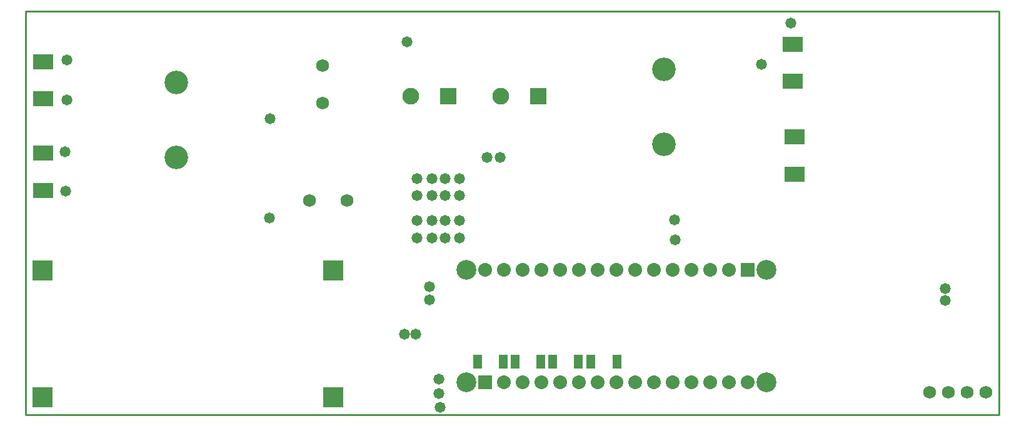
<source format=gbs>
G04*
G04 #@! TF.GenerationSoftware,Altium Limited,Altium Designer,20.1.7 (139)*
G04*
G04 Layer_Color=16711935*
%FSLAX44Y44*%
%MOMM*%
G71*
G04*
G04 #@! TF.SameCoordinates,B5950D26-3139-43EA-A648-6E47058778E0*
G04*
G04*
G04 #@! TF.FilePolarity,Negative*
G04*
G01*
G75*
%ADD13C,0.2540*%
%ADD27R,1.2032X1.9032*%
%ADD37C,1.7272*%
%ADD38R,1.8682X1.8682*%
%ADD39C,1.8682*%
%ADD40C,2.6782*%
%ADD41R,2.2732X2.2732*%
%ADD42C,2.2732*%
%ADD43C,3.2032*%
%ADD44R,2.7032X2.1032*%
%ADD45R,2.7032X2.7032*%
%ADD46C,1.4732*%
D13*
X254000Y869950D02*
Y1417320D01*
Y869950D02*
X1572260D01*
Y1417320D01*
X254000D02*
X1572260D01*
D27*
X866420Y942340D02*
D03*
X901420D02*
D03*
X917220D02*
D03*
X952220D02*
D03*
X1003020Y942340D02*
D03*
X968020D02*
D03*
X1020090Y942340D02*
D03*
X1055090D02*
D03*
D37*
X1554480Y900430D02*
D03*
X1529080D02*
D03*
X1503680D02*
D03*
X1478280D02*
D03*
X656590Y1292860D02*
D03*
Y1343660D02*
D03*
X689610Y1160780D02*
D03*
X638810D02*
D03*
D38*
X876300Y914400D02*
D03*
X1231900Y1066800D02*
D03*
D39*
X901700Y914400D02*
D03*
X927100D02*
D03*
X952500D02*
D03*
X977900D02*
D03*
X1003300D02*
D03*
X1028700D02*
D03*
X1054100D02*
D03*
X1079500D02*
D03*
X1104900D02*
D03*
X1130300D02*
D03*
X1155700D02*
D03*
X1181100D02*
D03*
X1206500D02*
D03*
X1231900D02*
D03*
X1206500Y1066800D02*
D03*
X1181100D02*
D03*
X1155700D02*
D03*
X1130300D02*
D03*
X1104900D02*
D03*
X1079500D02*
D03*
X1054100D02*
D03*
X1028700D02*
D03*
X1003300D02*
D03*
X977900D02*
D03*
X952500D02*
D03*
X927100D02*
D03*
X901700D02*
D03*
X876300D02*
D03*
D40*
X850900Y914400D02*
D03*
Y1066800D02*
D03*
X1257300D02*
D03*
Y914400D02*
D03*
D41*
X826770Y1301750D02*
D03*
X948690D02*
D03*
D42*
X775970D02*
D03*
X897890D02*
D03*
D43*
X458470Y1219200D02*
D03*
Y1320200D02*
D03*
X1118870Y1337980D02*
D03*
Y1236980D02*
D03*
D44*
X1292860Y1372320D02*
D03*
Y1322070D02*
D03*
X278130Y1298490D02*
D03*
Y1348740D02*
D03*
Y1174500D02*
D03*
Y1224750D02*
D03*
X1295400Y1246590D02*
D03*
Y1196340D02*
D03*
D45*
X276860Y1065530D02*
D03*
Y894080D02*
D03*
X670560Y1065530D02*
D03*
Y894080D02*
D03*
D46*
X770890Y1375410D02*
D03*
X1250950Y1344930D02*
D03*
X1290320Y1400810D02*
D03*
X584200Y1136650D02*
D03*
X585470Y1271270D02*
D03*
X308610Y1173480D02*
D03*
X307340Y1226820D02*
D03*
X309880Y1296670D02*
D03*
Y1351280D02*
D03*
X1499870Y1024890D02*
D03*
Y1041400D02*
D03*
X801370Y1026160D02*
D03*
Y1043940D02*
D03*
X782320Y979170D02*
D03*
X767080D02*
D03*
X814070Y918210D02*
D03*
Y899160D02*
D03*
X815340Y880110D02*
D03*
X1134110Y1107440D02*
D03*
X1132840Y1134110D02*
D03*
X896620Y1219200D02*
D03*
X878840D02*
D03*
X784680Y1190350D02*
D03*
X804680D02*
D03*
X822930D02*
D03*
X841680D02*
D03*
X784680Y1167100D02*
D03*
X804680D02*
D03*
X822930D02*
D03*
X841680D02*
D03*
X784680Y1133600D02*
D03*
X804680D02*
D03*
X822930D02*
D03*
X841680D02*
D03*
X784680Y1110100D02*
D03*
X804680D02*
D03*
X822930D02*
D03*
X841680D02*
D03*
M02*

</source>
